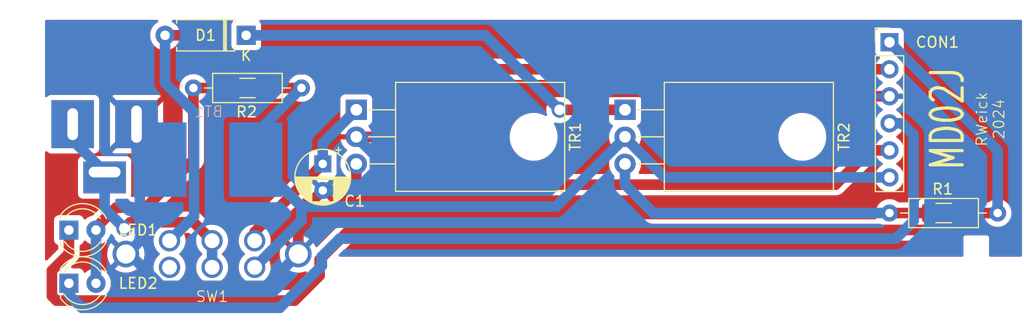
<source format=kicad_pcb>
(kicad_pcb (version 20240108) (generator "pcbnew") (generator_version "8.0")
  (layers (0 "F.Cu" signal) (31 "B.Cu" signal) (34 "B.Paste" user) (35 "F.Paste" user) (36 "B.SilkS" user "B.Silkscreen") (37 "F.SilkS" user "F.Silkscreen") (38 "B.Mask" user) (39 "F.Mask" user) (44 "Edge.Cuts" user))
  (net 0 "")
  (net 1 "/LED1.Neg")
  (net 2 "Net-(TR2-E)")
  (net 3 "/+9V.On")
  (net 4 "Net-(LED1-A)")
  (net 5 "/+5V")
  (net 6 "/+9V.VIN")
  (net 7 "/GND")
  (net 8 "Net-(D1-K)")
  (net 9 "/LED2.Neg")
  (net 10 "/SW1.1")
  (net 11 "/+9V")
  (footprint "Connector_PinHeader_2.54mm:PinHeader_1x06_P2.54mm_Vertical" (layer "F.Cu") (at 192.57 67.57)
    (property "Reference" "CON1" (at 4.5 0 0) (layer "F.SilkS"))
    (property "Value" "Power Connector")
    (fp_line (start -1.33 -1.33) (end 0 -1.33) (stroke (width 0.12)) (layer "F.SilkS"))
    (fp_line (start -1.33 0) (end -1.33 -1.33) (stroke (width 0.12)) (layer "F.SilkS"))
    (fp_line (start -1.33 1.27) (end -1.33 14.03) (stroke (width 0.12)) (layer "F.SilkS"))
    (fp_line (start -1.33 1.27) (end 1.33 1.27) (stroke (width 0.12)) (layer "F.SilkS"))
    (fp_line (start -1.33 14.03) (end 1.33 14.03) (stroke (width 0.12)) (layer "F.SilkS"))
    (fp_line (start 1.33 1.27) (end 1.33 14.03) (stroke (width 0.12)) (layer "F.SilkS"))
    (pad "1" thru_hole rect (at 0 0) (size 1.7 1.7) (drill 1) (layers "*.Cu" "*.Mask") (net 1 "/LED1.Neg"))
    (pad "2" thru_hole oval (at 0 2.54) (size 1.7 1.7) (drill 1) (layers "*.Cu" "*.Mask") (net 10 "/SW1.1"))
    (pad "3" thru_hole oval (at 0 5.08) (size 1.7 1.7) (drill 1) (layers "*.Cu" "*.Mask") (net 7 "/GND"))
    (pad "4" thru_hole oval (at 0 7.62) (size 1.7 1.7) (drill 1) (layers "*.Cu" "*.Mask") (net 9 "/LED2.Neg"))
    (pad "5" thru_hole oval (at 0 10.16) (size 1.7 1.7) (drill 1) (layers "*.Cu" "*.Mask") (net 5 "/+5V"))
    (pad "6" thru_hole oval (at 0 12.7) (size 1.7 1.7) (drill 1) (layers "*.Cu" "*.Mask") (net 3 "/+9V.On"))
  )
  (footprint "Diode_THT:D_A-405_P7.62mm_Horizontal" (layer "F.Cu") (at 132.12 66.92 180)
    (property "Reference" "D1" (at 3.81 0 0) (layer "F.SilkS"))
    (property "Value" "1N4001")
    (fp_line (start 6.53 1.47) (end 6.53 1.14) (stroke (width 0.12)) (layer "F.SilkS"))
    (fp_line (start 6.53 -1.47) (end 6.53 -1.14) (stroke (width 0.12)) (layer "F.SilkS"))
    (fp_line (start 2.11 -1.47) (end 2.11 1.47) (stroke (width 0.12)) (layer "F.SilkS"))
    (fp_line (start 1.99 -1.47) (end 1.99 1.47) (stroke (width 0.12)) (layer "F.SilkS"))
    (fp_line (start 1.87 -1.47) (end 1.87 1.47) (stroke (width 0.12)) (layer "F.SilkS"))
    (fp_line (start 1.09 1.47) (end 6.53 1.47) (stroke (width 0.12)) (layer "F.SilkS"))
    (fp_line (start 1.09 1.14) (end 1.09 1.47) (stroke (width 0.12)) (layer "F.SilkS"))
    (fp_line (start 1.09 -1.14) (end 1.09 -1.47) (stroke (width 0.12)) (layer "F.SilkS"))
    (fp_line (start 1.09 -1.47) (end 6.53 -1.47) (stroke (width 0.12)) (layer "F.SilkS"))
    (fp_text user "K" (at 0 -1.9 0) (layer "F.SilkS"))
    (pad "1" thru_hole rect (at 0 0 180) (size 1.8 1.8) (drill 0.9) (layers "*.Cu" "*.Mask") (net 8 "Net-(D1-K)"))
    (pad "2" thru_hole oval (at 7.62 0 180) (size 1.8 1.8) (drill 0.9) (layers "*.Cu" "*.Mask") (net 10 "/SW1.1"))
  )
  (footprint "Resistor_THT:R_Axial_DIN0207_L6.3mm_D2.5mm_P10.16mm_Horizontal" (layer "F.Cu") (at 192.57 83.62)
    (property "Reference" "R1" (at 5 -2.25 0) (layer "F.SilkS"))
    (property "Value" "330 Ohm 5%")
    (fp_line (start 1.04 0) (end 1.81 0) (stroke (width 0.12)) (layer "F.SilkS"))
    (fp_line (start 1.81 -1.37) (end 1.81 1.37) (stroke (width 0.12)) (layer "F.SilkS"))
    (fp_line (start 1.81 1.37) (end 8.35 1.37) (stroke (width 0.12)) (layer "F.SilkS"))
    (fp_line (start 8.35 -1.37) (end 1.81 -1.37) (stroke (width 0.12)) (layer "F.SilkS"))
    (fp_line (start 8.35 1.37) (end 8.35 -1.37) (stroke (width 0.12)) (layer "F.SilkS"))
    (fp_line (start 9.12 0) (end 8.35 0) (stroke (width 0.12)) (layer "F.SilkS"))
    (pad "1" thru_hole circle (at 0 0) (size 1.6 1.6) (drill 0.8) (layers "*.Cu" "*.Mask") (net 2 "Net-(TR2-E)"))
    (pad "2" thru_hole oval (at 10.16 0) (size 1.6 1.6) (drill 0.8) (layers "*.Cu" "*.Mask") (net 1 "/LED1.Neg"))
  )
  (footprint "Resistor_SMD:R_1206_3216Metric" (layer "F.Cu") (at 132.24 71.87)
    (property "Reference" "R4" (hide yes))
    (property "Value" "510 Ohm SMD")
    (fp_line (start -0.727064 -0.91) (end 0.727064 -0.91) (stroke (width 0.12)) (layer "F.SilkS"))
    (fp_line (start -0.727064 0.91) (end 0.727064 0.91) (stroke (width 0.12)) (layer "F.SilkS"))
    (pad "1" smd roundrect (at -1.4625 0) (size 1.125 1.75) (layers "F.Cu" "F.Paste" "F.Mask") (roundrect_rratio 0.222222) (net 4 "Net-(LED1-A)"))
    (pad "2" smd roundrect (at 1.4625 0) (size 1.125 1.75) (layers "F.Cu" "F.Paste" "F.Mask") (roundrect_rratio 0.222222) (net 3 "/+9V.On"))
  )
  (footprint "Package_TO_SOT_THT:TO-220-3_Horizontal_TabDown" (layer "F.Cu") (at 167.72 73.92 -90)
    (property "Reference" "TR2" (at 2.54 -20.58 90) (layer "F.SilkS"))
    (property "Value" "BD438")
    (fp_line (start -2.58 -3.69) (end 7.66 -3.69) (stroke (width 0.12)) (layer "F.SilkS"))
    (fp_line (start 0 -3.69) (end 0 -1.15) (stroke (width 0.12)) (layer "F.SilkS"))
    (fp_line (start 2.54 -3.69) (end 2.54 -1.15) (stroke (width 0.12)) (layer "F.SilkS"))
    (fp_line (start 5.08 -3.69) (end 5.08 -1.15) (stroke (width 0.12)) (layer "F.SilkS"))
    (fp_line (start -2.58 -19.58) (end -2.58 -3.69) (stroke (width 0.12)) (layer "F.SilkS"))
    (fp_line (start -2.58 -19.58) (end 7.66 -19.58) (stroke (width 0.12)) (layer "F.SilkS"))
    (fp_line (start 7.66 -19.58) (end 7.66 -3.69) (stroke (width 0.12)) (layer "F.SilkS"))
    (pad "" np_thru_hole oval (at 2.54 -16.66 270) (size 3.5 3.5) (drill 3.5) (layers "*.Cu" "*.Mask"))
    (pad "1" thru_hole rect (at 0 0 270) (size 1.905 2) (drill 1.1) (layers "*.Cu" "*.Mask") (net 8 "Net-(D1-K)"))
    (pad "2" thru_hole oval (at 2.54 0 270) (size 1.905 2) (drill 1.1) (layers "*.Cu" "*.Mask") (net 3 "/+9V.On"))
    (pad "3" thru_hole oval (at 5.08 0 270) (size 1.905 2) (drill 1.1) (layers "*.Cu" "*.Mask") (net 2 "Net-(TR2-E)"))
  )
  (footprint "Capacitor_THT:CP_Radial_D5.0mm_P2.50mm" (layer "F.Cu") (at 139.32 79 -90)
    (property "Reference" "C1" (at 3.5 -3 180) (layer "F.SilkS"))
    (property "Value" "47uF 16v")
    (fp_line (start 1.49 1.04) (end 1.49 2.569) (stroke (width 0.12)) (layer "F.SilkS"))
    (fp_line (start 1.53 1.04) (end 1.53 2.565) (stroke (width 0.12)) (layer "F.SilkS"))
    (fp_line (start 1.57 1.04) (end 1.57 2.561) (stroke (width 0.12)) (layer "F.SilkS"))
    (fp_line (start 1.61 1.04) (end 1.61 2.556) (stroke (width 0.12)) (layer "F.SilkS"))
    (fp_line (start 1.65 1.04) (end 1.65 2.55) (stroke (width 0.12)) (layer "F.SilkS"))
    (fp_line (start 1.69 1.04) (end 1.69 2.543) (stroke (width 0.12)) (layer "F.SilkS"))
    (fp_line (start 1.73 1.04) (end 1.73 2.536) (stroke (width 0.12)) (layer "F.SilkS"))
    (fp_line (start 1.77 1.04) (end 1.77 2.528) (stroke (width 0.12)) (layer "F.SilkS"))
    (fp_line (start 1.81 1.04) (end 1.81 2.52) (stroke (width 0.12)) (layer "F.SilkS"))
    (fp_line (start 1.85 1.04) (end 1.85 2.511) (stroke (width 0.12)) (layer "F.SilkS"))
    (fp_line (start 1.89 1.04) (end 1.89 2.501) (stroke (width 0.12)) (layer "F.SilkS"))
    (fp_line (start 1.93 1.04) (end 1.93 2.491) (stroke (width 0.12)) (layer "F.SilkS"))
    (fp_line (start 1.971 1.04) (end 1.971 2.48) (stroke (width 0.12)) (layer "F.SilkS"))
    (fp_line (start 2.011 1.04) (end 2.011 2.468) (stroke (width 0.12)) (layer "F.SilkS"))
    (fp_line (start 2.051 1.04) (end 2.051 2.455) (stroke (width 0.12)) (layer "F.SilkS"))
    (fp_line (start 2.091 1.04) (end 2.091 2.442) (stroke (width 0.12)) (layer "F.SilkS"))
    (fp_line (start 2.131 1.04) (end 2.131 2.428) (stroke (width 0.12)) (layer "F.SilkS"))
    (fp_line (start 2.171 1.04) (end 2.171 2.414) (stroke (width 0.12)) (layer "F.SilkS"))
    (fp_line (start 2.211 1.04) (end 2.211 2.398) (stroke (width 0.12)) (layer "F.SilkS"))
    (fp_line (start 2.251 1.04) (end 2.251 2.382) (stroke (width 0.12)) (layer "F.SilkS"))
    (fp_line (start 2.291 1.04) (end 2.291 2.365) (stroke (width 0.12)) (layer "F.SilkS"))
    (fp_line (start 2.331 1.04) (end 2.331 2.348) (stroke (width 0.12)) (layer "F.SilkS"))
    (fp_line (start 2.371 1.04) (end 2.371 2.329) (stroke (width 0.12)) (layer "F.SilkS"))
    (fp_line (start 2.411 1.04) (end 2.411 2.31) (stroke (width 0.12)) (layer "F.SilkS"))
    (fp_line (start 2.451 1.04) (end 2.451 2.29) (stroke (width 0.12)) (layer "F.SilkS"))
    (fp_line (start 2.491 1.04) (end 2.491 2.268) (stroke (width 0.12)) (layer "F.SilkS"))
    (fp_line (start 2.531 1.04) (end 2.531 2.247) (stroke (width 0.12)) (layer "F.SilkS"))
    (fp_line (start 2.571 1.04) (end 2.571 2.224) (stroke (width 0.12)) (layer "F.SilkS"))
    (fp_line (start 2.611 1.04) (end 2.611 2.2) (stroke (width 0.12)) (layer "F.SilkS"))
    (fp_line (start 2.651 1.04) (end 2.651 2.175) (stroke (width 0.12)) (layer "F.SilkS"))
    (fp_line (start 2.691 1.04) (end 2.691 2.149) (stroke (width 0.12)) (layer "F.SilkS"))
    (fp_line (start 2.731 1.04) (end 2.731 2.122) (stroke (width 0.12)) (layer "F.SilkS"))
    (fp_line (start 2.771 1.04) (end 2.771 2.095) (stroke (width 0.12)) (layer "F.SilkS"))
    (fp_line (start 2.811 1.04) (end 2.811 2.065) (stroke (width 0.12)) (layer "F.SilkS"))
    (fp_line (start 2.851 1.04) (end 2.851 2.035) (stroke (width 0.12)) (layer "F.SilkS"))
    (fp_line (start 2.891 1.04) (end 2.891 2.004) (stroke (width 0.12)) (layer "F.SilkS"))
    (fp_line (start 2.931 1.04) (end 2.931 1.971) (stroke (width 0.12)) (layer "F.SilkS"))
    (fp_line (start 2.971 1.04) (end 2.971 1.937) (stroke (width 0.12)) (layer "F.SilkS"))
    (fp_line (start 3.011 1.04) (end 3.011 1.901) (stroke (width 0.12)) (layer "F.SilkS"))
    (fp_line (start 3.051 1.04) (end 3.051 1.864) (stroke (width 0.12)) (layer "F.SilkS"))
    (fp_line (start 3.091 1.04) (end 3.091 1.826) (stroke (width 0.12)) (layer "F.SilkS"))
    (fp_line (start 3.131 1.04) (end 3.131 1.785) (stroke (width 0.12)) (layer "F.SilkS"))
    (fp_line (start 3.171 1.04) (end 3.171 1.743) (stroke (width 0.12)) (layer "F.SilkS"))
    (fp_line (start 3.211 1.04) (end 3.211 1.699) (stroke (width 0.12)) (layer "F.SilkS"))
    (fp_line (start 3.251 1.04) (end 3.251 1.653) (stroke (width 0.12)) (layer "F.SilkS"))
    (fp_line (start 3.291 1.04) (end 3.291 1.605) (stroke (width 0.12)) (layer "F.SilkS"))
    (fp_line (start 3.331 1.04) (end 3.331 1.554) (stroke (width 0.12)) (layer "F.SilkS"))
    (fp_line (start 3.371 1.04) (end 3.371 1.5) (stroke (width 0.12)) (layer "F.SilkS"))
    (fp_line (start 3.411 1.04) (end 3.411 1.443) (stroke (width 0.12)) (layer "F.SilkS"))
    (fp_line (start 3.451 1.04) (end 3.451 1.383) (stroke (width 0.12)) (layer "F.SilkS"))
    (fp_line (start 3.491 1.04) (end 3.491 1.319) (stroke (width 0.12)) (layer "F.SilkS"))
    (fp_line (start 3.531 1.04) (end 3.531 1.251) (stroke (width 0.12)) (layer "F.SilkS"))
    (fp_line (start 3.851 -0.284) (end 3.851 0.284) (stroke (width 0.12)) (layer "F.SilkS"))
    (fp_line (start 3.811 -0.518) (end 3.811 0.518) (stroke (width 0.12)) (layer "F.SilkS"))
    (fp_line (start 3.771 -0.677) (end 3.771 0.677) (stroke (width 0.12)) (layer "F.SilkS"))
    (fp_line (start 3.731 -0.805) (end 3.731 0.805) (stroke (width 0.12)) (layer "F.SilkS"))
    (fp_line (start 3.691 -0.915) (end 3.691 0.915) (stroke (width 0.12)) (layer "F.SilkS"))
    (fp_line (start 3.651 -1.011) (end 3.651 1.011) (stroke (width 0.12)) (layer "F.SilkS"))
    (fp_line (start 3.611 -1.098) (end 3.611 1.098) (stroke (width 0.12)) (layer "F.SilkS"))
    (fp_line (start 3.571 -1.178) (end 3.571 1.178) (stroke (width 0.12)) (layer "F.SilkS"))
    (fp_line (start 3.531 -1.251) (end 3.531 -1.04) (stroke (width 0.12)) (layer "F.SilkS"))
    (fp_line (start 3.491 -1.319) (end 3.491 -1.04) (stroke (width 0.12)) (layer "F.SilkS"))
    (fp_line (start 3.451 -1.383) (end 3.451 -1.04) (stroke (width 0.12)) (layer "F.SilkS"))
    (fp_line (start 3.411 -1.443) (end 3.411 -1.04) (stroke (width 0.12)) (layer "F.SilkS"))
    (fp_line (start -1.554775 -1.475) (end -1.054775 -1.475) (stroke (width 0.12)) (layer "F.SilkS"))
    (fp_line (start 3.371 -1.5) (end 3.371 -1.04) (stroke (width 0.12)) (layer "F.SilkS"))
    (fp_line (start 3.331 -1.554) (end 3.331 -1.04) (stroke (width 0.12)) (layer "F.SilkS"))
    (fp_line (start 3.291 -1.605) (end 3.291 -1.04) (stroke (width 0.12)) (layer "F.SilkS"))
    (fp_line (start 3.251 -1.653) (end 3.251 -1.04) (stroke (width 0.12)) (layer "F.SilkS"))
    (fp_line (start 3.211 -1.699) (end 3.211 -1.04) (stroke (width 0.12)) (layer "F.SilkS"))
    (fp_line (start -1.304775 -1.725) (end -1.304775 -1.225) (stroke (width 0.12)) (layer "F.SilkS"))
    (fp_line (start 3.171 -1.743) (end 3.171 -1.04) (stroke (width 0.12)) (layer "F.SilkS"))
    (fp_line (start 3.131 -1.785) (end 3.131 -1.04) (stroke (width 0.12)) (layer "F.SilkS"))
    (fp_line (start 3.091 -1.826) (end 3.091 -1.04) (stroke (width 0.12)) (layer "F.SilkS"))
    (fp_line (start 3.051 -1.864) (end 3.051 -1.04) (stroke (width 0.12)) (layer "F.SilkS"))
    (fp_line (start 3.011 -1.901) (end 3.011 -1.04) (stroke (width 0.12)) (layer "F.SilkS"))
    (fp_line (start 2.971 -1.937) (end 2.971 -1.04) (stroke (width 0.12)) (layer "F.SilkS"))
    (fp_line (start 2.931 -1.971) (end 2.931 -1.04) (stroke (width 0.12)) (layer "F.SilkS"))
    (fp_line (start 2.891 -2.004) (end 2.891 -1.04) (stroke (width 0.12)) (layer "F.SilkS"))
    (fp_line (start 2.851 -2.035) (end 2.851 -1.04) (stroke (width 0.12)) (layer "F.SilkS"))
    (fp_line (start 2.811 -2.065) (end 2.811 -1.04) (stroke (width 0.12)) (layer "F.SilkS"))
    (fp_line (start 2.771 -2.095) (end 2.771 -1.04) (stroke (width 0.12)) (layer "F.SilkS"))
    (fp_line (start 2.731 -2.122) (end 2.731 -1.04) (stroke (width 0.12)) (layer "F.SilkS"))
    (fp_line (start 2.691 -2.149) (end 2.691 -1.04) (stroke (width 0.12)) (layer "F.SilkS"))
    (fp_line (start 2.651 -2.175) (end 2.651 -1.04) (stroke (width 0.12)) (layer "F.SilkS"))
    (fp_line (start 2.611 -2.2) (end 2.611 -1.04) (stroke (width 0.12)) (layer "F.SilkS"))
    (fp_line (start 2.571 -2.224) (end 2.571 -1.04) (stroke (width 0.12)) (layer "F.SilkS"))
    (fp_line (start 2.531 -2.247) (end 2.531 -1.04) (stroke (width 0.12)) (layer "F.SilkS"))
    (fp_line (start 2.491 -2.268) (end 2.491 -1.04) (stroke (width 0.12)) (layer "F.SilkS"))
    (fp_line (start 2.451 -2.29) (end 2.451 -1.04) (stroke (width 0.12)) (layer "F.SilkS"))
    (fp_line (start 2.411 -2.31) (end 2.411 -1.04) (stroke (width 0.12)) (layer "F.SilkS"))
    (fp_line (start 2.371 -2.329) (end 2.371 -1.04) (stroke (width 0.12)) (layer "F.SilkS"))
    (fp_line (start 2.331 -2.348) (end 2.331 -1.04) (stroke (width 0.12)) (layer "F.SilkS"))
    (fp_line (start 2.291 -2.365) (end 2.291 -1.04) (stroke (width 0.12)) (layer "F.SilkS"))
    (fp_line (start 2.251 -2.382) (end 2.251 -1.04) (stroke (width 0.12)) (layer "F.SilkS"))
    (fp_line (start 2.211 -2.398) (end 2.211 -1.04) (stroke (width 0.12)) (layer "F.SilkS"))
    (fp_line (start 2.171 -2.414) (end 2.171 -1.04) (stroke (width 0.12)) (layer "F.SilkS"))
    (fp_line (start 2.131 -2.428) (end 2.131 -1.04) (stroke (width 0.12)) (layer "F.SilkS"))
    (fp_line (start 2.091 -2.442) (end 2.091 -1.04) (stroke (width 0.12)) (layer "F.SilkS"))
    (fp_line (start 2.051 -2.455) (end 2.051 -1.04) (stroke (width 0.12)) (layer "F.SilkS"))
    (fp_line (start 2.011 -2.468) (end 2.011 -1.04) (stroke (width 0.12)) (layer "F.SilkS"))
    (fp_line (start 1.971 -2.48) (end 1.971 -1.04) (stroke (width 0.12)) (layer "F.SilkS"))
    (fp_line (start 1.93 -2.491) (end 1.93 -1.04) (stroke (width 0.12)) (layer "F.SilkS"))
    (fp_line (start 1.89 -2.501) (end 1.89 -1.04) (stroke (width 0.12)) (layer "F.SilkS"))
    (fp_line (start 1.85 -2.511) (end 1.85 -1.04) (stroke (width 0.12)) (layer "F.SilkS"))
    (fp_line (start 1.81 -2.52) (end 1.81 -1.04) (stroke (width 0.12)) (layer "F.SilkS"))
    (fp_line (start 1.77 -2.528) (end 1.77 -1.04) (stroke (width 0.12)) (layer "F.SilkS"))
    (fp_line (start 1.73 -2.536) (end 1.73 -1.04) (stroke (width 0.12)) (layer "F.SilkS"))
    (fp_line (start 1.69 -2.543) (end 1.69 -1.04) (stroke (width 0.12)) (layer "F.SilkS"))
    (fp_line (start 1.65 -2.55) (end 1.65 -1.04) (stroke (width 0.12)) (layer "F.SilkS"))
    (fp_line (start 1.61 -2.556) (end 1.61 -1.04) (stroke (width 0.12)) (layer "F.SilkS"))
    (fp_line (start 1.57 -2.561) (end 1.57 -1.04) (stroke (width 0.12)) (layer "F.SilkS"))
    (fp_line (start 1.53 -2.565) (end 1.53 -1.04) (stroke (width 0.12)) (layer "F.SilkS"))
    (fp_line (start 1.49 -2.569) (end 1.49 -1.04) (stroke (width 0.12)) (layer "F.SilkS"))
    (fp_line (start 1.45 -2.573) (end 1.45 2.573) (stroke (width 0.12)) (layer "F.SilkS"))
    (fp_line (start 1.41 -2.576) (end 1.41 2.576) (stroke (width 0.12)) (layer "F.SilkS"))
    (fp_line (start 1.37 -2.578) (end 1.37 2.578) (stroke (width 0.12)) (layer "F.SilkS"))
    (fp_line (start 1.33 -2.579) (end 1.33 2.579) (stroke (width 0.12)) (layer "F.SilkS"))
    (fp_line (start 1.25 -2.58) (end 1.25 2.58) (stroke (width 0.12)) (layer "F.SilkS"))
    (fp_line (start 1.29 -2.58) (end 1.29 2.58) (stroke (width 0.12)) (layer "F.SilkS"))
    (fp_circle (center 1.25 0) (end 3.87 0) (stroke (width 0.12)) (fill none) (layer "F.SilkS"))
    (pad "1" thru_hole rect (at 0 0 270) (size 1.6 1.6) (drill 0.8) (layers "*.Cu" "*.Mask") (net 6 "/+9V.VIN"))
    (pad "2" thru_hole circle (at 2.5 0 270) (size 1.6 1.6) (drill 0.8) (layers "*.Cu" "*.Mask") (net 7 "/GND"))
  )
  (footprint "LED_THT:LED_D4.0mm" (layer "F.Cu") (at 115.47 90.22)
    (property "Reference" "LED2" (at 6.5 0 0) (layer "F.SilkS"))
    (property "Value" "LED")
    (fp_line (start -0.79 -1.399) (end -0.79 -1.08) (stroke (width 0.12)) (layer "F.SilkS"))
    (fp_line (start -0.79 1.08) (end -0.79 1.399) (stroke (width 0.12)) (layer "F.SilkS"))
    (fp_arc (start -0.79 -1.398749) (mid 1.453519 -2.483228) (end 3.513242 -1.080724) (stroke (width 0.12)) (layer "F.SilkS"))
    (fp_arc (start -0.41333 -1.08) (mid 1.269429 -2) (end 2.952713 -1.080961) (stroke (width 0.12)) (layer "F.SilkS"))
    (fp_arc (start 2.952713 1.080961) (mid 1.269429 2) (end -0.41333 1.08) (stroke (width 0.12)) (layer "F.SilkS"))
    (fp_arc (start 3.513242 1.080724) (mid 1.453519 2.483228) (end -0.79 1.398749) (stroke (width 0.12)) (layer "F.SilkS"))
    (pad "1" thru_hole rect (at 0 0) (size 1.8 1.8) (drill 0.9) (layers "*.Cu" "*.Mask") (net 9 "/LED2.Neg"))
    (pad "2" thru_hole circle (at 2.54 0) (size 1.8 1.8) (drill 0.9) (layers "*.Cu" "*.Mask") (net 4 "Net-(LED1-A)"))
  )
  (footprint "LED_THT:LED_D4.0mm" (layer "F.Cu") (at 115.47 85.22)
    (property "Reference" "LED1" (at 6.5 0 0) (layer "F.SilkS"))
    (property "Value" "LED")
    (fp_line (start -0.79 -1.399) (end -0.79 -1.08) (stroke (width 0.12)) (layer "F.SilkS"))
    (fp_line (start -0.79 1.08) (end -0.79 1.399) (stroke (width 0.12)) (layer "F.SilkS"))
    (fp_arc (start -0.79 -1.398749) (mid 1.453519 -2.483228) (end 3.513242 -1.080724) (stroke (width 0.12)) (layer "F.SilkS"))
    (fp_arc (start -0.41333 -1.08) (mid 1.269429 -2) (end 2.952713 -1.080961) (stroke (width 0.12)) (layer "F.SilkS"))
    (fp_arc (start 2.952713 1.080961) (mid 1.269429 2) (end -0.41333 1.08) (stroke (width 0.12)) (layer "F.SilkS"))
    (fp_arc (start 3.513242 1.080724) (mid 1.453519 2.483228) (end -0.79 1.398749) (stroke (width 0.12)) (layer "F.SilkS"))
    (pad "1" thru_hole rect (at 0 0) (size 1.8 1.8) (drill 0.9) (layers "*.Cu" "*.Mask") (net 1 "/LED1.Neg"))
    (pad "2" thru_hole circle (at 2.54 0) (size 1.8 1.8) (drill 0.9) (layers "*.Cu" "*.Mask") (net 4 "Net-(LED1-A)"))
  )
  (footprint "!MGD2:Slide Switch" (layer "F.Cu") (at 128.92 87.47)
    (property "Reference" "SW1" (at 0 4 0) (layer "F.SilkS") (effects (font (thickness 0.1))))
    (property "Value" "SW_DPDT_x2")
    (pad "1" thru_hole circle (at -4 -1.25 90) (size 2 2) (drill 1.4) (layers "*.Cu" "*.Mask") (net 10 "/SW1.1"))
    (pad "2" thru_hole circle (at 0 -1.25 90) (size 2 2) (drill 1.4) (layers "*.Cu" "*.Mask") (net 11 "/+9V"))
    (pad "3" thru_hole circle (at 4 -1.25 90) (size 2 2) (drill 1.4) (layers "*.Cu" "*.Mask") (net 6 "/+9V.VIN"))
    (pad "4" thru_hole circle (at -4 1.25 90) (size 2 2) (drill 1.4) (layers "*.Cu" "*.Mask"))
    (pad "5" thru_hole circle (at 0 1.25 90) (size 2 2) (drill 1.4) (layers "*.Cu" "*.Mask") (net 11 "/+9V"))
    (pad "6" thru_hole circle (at 4 1.25 90) (size 2 2) (drill 1.4) (layers "*.Cu" "*.Mask") (net 3 "/+9V.On"))
    (pad "7" thru_hole circle (at -8.1 0 90) (size 2.5 2.5) (drill 1.8) (layers "*.Cu" "*.Mask") (net 7 "/GND"))
    (pad "7" thru_hole circle (at 8.1 0 90) (size 2.5 2.5) (drill 1.8) (layers "*.Cu" "*.Mask") (net 7 "/GND"))
  )
  (footprint "Package_TO_SOT_THT:TO-220-3_Horizontal_TabDown" (layer "F.Cu") (at 142.47 73.92 -90)
    (property "Reference" "TR1" (at 2.54 -20.58 90) (layer "F.SilkS"))
    (property "Value" "~")
    (fp_line (start -2.58 -3.69) (end 7.66 -3.69) (stroke (width 0.12)) (layer "F.SilkS"))
    (fp_line (start 0 -3.69) (end 0 -1.15) (stroke (width 0.12)) (layer "F.SilkS"))
    (fp_line (start 2.54 -3.69) (end 2.54 -1.15) (stroke (width 0.12)) (layer "F.SilkS"))
    (fp_line (start 5.08 -3.69) (end 5.08 -1.15) (stroke (width 0.12)) (layer "F.SilkS"))
    (fp_line (start -2.58 -19.58) (end -2.58 -3.69) (stroke (width 0.12)) (layer "F.SilkS"))
    (fp_line (start -2.58 -19.58) (end 7.66 -19.58) (stroke (width 0.12)) (layer "F.SilkS"))
    (fp_line (start 7.66 -19.58) (end 7.66 -3.69) (stroke (width 0.12)) (layer "F.SilkS"))
    (pad "" np_thru_hole oval (at 2.54 -16.66 270) (size 3.5 3.5) (drill 3.5) (layers "*.Cu" "*.Mask"))
    (pad "1" thru_hole rect (at 0 0 270) (size 1.905 2) (drill 1.1) (layers "*.Cu" "*.Mask") (net 6 "/+9V.VIN"))
    (pad "2" thru_hole oval (at 2.54 0 270) (size 1.905 2) (drill 1.1) (layers "*.Cu" "*.Mask") (net 7 "/GND"))
    (pad "3" thru_hole oval (at 5.08 0 270) (size 1.905 2) (drill 1.1) (layers "*.Cu" "*.Mask") (net 5 "/+5V"))
  )
  (footprint "Resistor_THT:R_Axial_DIN0207_L6.3mm_D2.5mm_P10.16mm_Horizontal" (layer "F.Cu") (at 127.16 71.87)
    (property "Reference" "R2" (at 5 2.25 0) (layer "F.SilkS"))
    (property "Value" "510 Ohm 5%")
    (fp_line (start 1.04 0) (end 1.81 0) (stroke (width 0.12)) (layer "F.SilkS"))
    (fp_line (start 1.81 -1.37) (end 1.81 1.37) (stroke (width 0.12)) (layer "F.SilkS"))
    (fp_line (start 1.81 1.37) (end 8.35 1.37) (stroke (width 0.12)) (layer "F.SilkS"))
    (fp_line (start 8.35 -1.37) (end 1.81 -1.37) (stroke (width 0.12)) (layer "F.SilkS"))
    (fp_line (start 8.35 1.37) (end 8.35 -1.37) (stroke (width 0.12)) (layer "F.SilkS"))
    (fp_line (start 9.12 0) (end 8.35 0) (stroke (width 0.12)) (layer "F.SilkS"))
    (pad "1" thru_hole circle (at 0 0) (size 1.6 1.6) (drill 0.8) (layers "*.Cu" "*.Mask") (net 4 "Net-(LED1-A)"))
    (pad "2" thru_hole oval (at 10.16 0) (size 1.6 1.6) (drill 0.8) (layers "*.Cu" "*.Mask") (net 3 "/+9V.On"))
  )
  (footprint "Resistor_SMD:R_1206_3216Metric" (layer "F.Cu") (at 197.65 83.62)
    (property "Reference" "R3" (hide yes))
    (property "Value" "330 Ohm SMD")
    (fp_line (start -0.727064 -0.91) (end 0.727064 -0.91) (stroke (width 0.12)) (layer "F.SilkS"))
    (fp_line (start -0.727064 0.91) (end 0.727064 0.91) (stroke (width 0.12)) (layer "F.SilkS"))
    (pad "1" smd roundrect (at -1.4625 0) (size 1.125 1.75) (layers "F.Cu" "F.Paste" "F.Mask") (roundrect_rratio 0.222222) (net 2 "Net-(TR2-E)"))
    (pad "2" smd roundrect (at 1.4625 0) (size 1.125 1.75) (layers "F.Cu" "F.Paste" "F.Mask") (roundrect_rratio 0.222222) (net 1 "/LED1.Neg"))
  )
  (footprint "!MGD2:Battery" (layer "B.Cu") (at 128.52 78.6 180)
    (property "Reference" "BT1" (at -0.07 4.51 0) (layer "B.SilkS") (effects (font (thickness 0.1)) (justify mirror)))
    (property "Value" "Battery")
    (pad "1" smd rect (at -4.5 0 180) (size 5 7) (layers "B.Cu" "B.Paste" "B.Mask") (net 3 "/+9V.On"))
    (pad "2" smd rect (at 4.5 0 180) (size 5 7) (layers "B.Cu" "B.Paste" "B.Mask") (net 7 "/GND"))
  )
  (footprint "!MGD2:DC Jack" (layer "B.Cu") (at 118.82 75.27 -90)
    (property "Reference" "DC2" (hide yes))
    (property "Value" "Barrel_Jack")
    (pad "1" thru_hole rect (at 0 -3 180) (size 4 4.5) (drill oval 1 3.5) (layers "*.Cu" "*.Mask") (net 7 "/GND"))
    (pad "2" thru_hole rect (at 0 3 180) (size 4 4.5) (drill oval 1 3) (layers "*.Cu" "*.Mask") (net 11 "/+9V"))
    (pad "2" thru_hole rect (at 4.5 0 180) (size 4 3) (drill oval 3 1 (offset 0 -0.5)) (layers "*.Cu" "*.Mask") (net 11 "/+9V"))
  )
  (gr_line (start 113.02 94.42) (end 113.02 65.27) (stroke (width 0.002)) (layer "Edge.Cuts"))
  (gr_line (start 205.22 65.27) (end 205.22 87.92) (stroke (width 0.002)) (layer "Edge.Cuts"))
  (gr_line (start 140.17 94.42) (end 113.02 94.42) (stroke (width 0.002)) (layer "Edge.Cuts"))
  (gr_line (start 113.02 65.27) (end 205.22 65.27) (stroke (width 0.002)) (layer "Edge.Cuts"))
  (gr_line (start 199.72 85.92) (end 201.72 85.92) (stroke (width 0.002)) (layer "Edge.Cuts"))
  (gr_line (start 205.22 87.92) (end 201.72 87.92) (stroke (width 0.002)) (layer "Edge.Cuts"))
  (gr_line (start 199.72 85.92) (end 199.72 87.92) (stroke (width 0.002)) (layer "Edge.Cuts"))
  (gr_line (start 201.72 85.92) (end 201.72 87.92) (stroke (width 0.002)) (layer "Edge.Cuts"))
  (gr_line (start 140.17 87.92) (end 140.17 94.42) (stroke (width 0.002)) (layer "Edge.Cuts"))
  (gr_line (start 199.72 87.92) (end 140.17 87.92) (stroke (width 0.002)) (layer "Edge.Cuts"))
  (gr_text "MD02J" (at 199.78 79.76 90) (layer "F.SilkS") (effects (font (size 3 2) (thickness 0.3)) (justify left bottom)))
  (gr_text "RWeick\n2024" (at 203.44 74.8 90) (layer "F.SilkS") (effects (font (size 1 1) (thickness 0.1)) (justify bottom)))
  (segment (start 139.0231 89.4969) (end 139.0231 87.9963) (width 1) (layer "F.Cu") (net 1))
  (segment (start 141.8096 85.2098) (end 197.5227 85.2098) (width 1) (layer "F.Cu") (net 1))
  (segment (start 115.47 85.22) (end 115.47 87.4277) (width 1) (layer "F.Cu") (net 1))
  (segment (start 115.4699 87.4277) (end 113.8683 89.0293) (width 1) (layer "F.Cu") (net 1))
  (segment (start 202.73 83.62) (end 199.1125 83.62) (width 1) (layer "F.Cu") (net 1))
  (segment (start 139.0231 87.9963) (end 141.8096 85.2098) (width 1) (layer "F.Cu") (net 1))
  (segment (start 115.47 87.4277) (end 115.4699 87.4277) (width 1) (layer "F.Cu") (net 1))
  (segment (start 113.8683 91.4107) (end 114.3023 91.8447) (width 1) (layer "F.Cu") (net 1))
  (segment (start 136.6753 91.8447) (end 139.0231 89.4969) (width 1) (layer "F.Cu") (net 1))
  (segment (start 113.8683 89.0293) (end 113.8683 91.4107) (width 1) (layer "F.Cu") (net 1))
  (segment (start 114.3023 91.8447) (end 136.6753 91.8447) (width 1) (layer "F.Cu") (net 1))
  (segment (start 197.5227 85.2098) (end 199.1125 83.62) (width 1) (layer "F.Cu") (net 1))
  (segment (start 192.57 67.57) (end 202.73 77.73) (width 1) (layer "B.Cu") (net 1))
  (segment (start 202.73 77.73) (end 202.73 83.62) (width 1) (layer "B.Cu") (net 1))
  (segment (start 192.57 83.62) (end 196.1875 83.62) (width 1) (layer "F.Cu") (net 2))
  (segment (start 170.3875 83.62) (end 192.57 83.62) (width 1) (layer "B.Cu") (net 2))
  (segment (start 167.72 79) (end 167.72 80.9525) (width 1) (layer "B.Cu") (net 2))
  (segment (start 167.72 80.9525) (end 170.3875 83.62) (width 1) (layer "B.Cu") (net 2))
  (segment (start 137.32 71.87) (end 133.7025 71.87) (width 1) (layer "F.Cu") (net 3))
  (segment (start 171.4523 80.27) (end 167.72 76.5377) (width 1) (layer "B.Cu") (net 3))
  (segment (start 192.57 80.27) (end 171.4523 80.27) (width 1) (layer "B.Cu") (net 3))
  (segment (start 137.32 84.32) (end 137.32 83.0115) (width 1) (layer "B.Cu") (net 3))
  (segment (start 132.92 88.72) (end 137.32 84.32) (width 1) (layer "B.Cu") (net 3))
  (segment (start 133.02 76.17) (end 137.32 71.87) (width 1) (layer "B.Cu") (net 3))
  (segment (start 167.72 76.5377) (end 161.2462 83.0115) (width 1) (layer "B.Cu") (net 3))
  (segment (start 161.2462 83.0115) (end 137.32 83.0115) (width 1) (layer "B.Cu") (net 3))
  (segment (start 137.32 83.0115) (end 133.02 78.7115) (width 1) (layer "B.Cu") (net 3))
  (segment (start 133.02 78.7115) (end 133.02 76.17) (width 1) (layer "B.Cu") (net 3))
  (segment (start 167.72 76.5377) (end 167.72 76.46) (width 1) (layer "B.Cu") (net 3))
  (segment (start 127.16 78.63) (end 127.16 71.87) (width 1) (layer "F.Cu") (net 4))
  (segment (start 117.78 85.22) (end 119.89 83.11) (width 1) (layer "F.Cu") (net 4))
  (segment (start 127.16 71.87) (end 130.7775 71.87) (width 1) (layer "F.Cu") (net 4))
  (segment (start 118.01 85.22) (end 117.78 85.22) (width 1) (layer "F.Cu") (net 4))
  (segment (start 119.89 83.11) (end 122.68 83.11) (width 1) (layer "F.Cu") (net 4))
  (segment (start 122.68 83.11) (end 127.16 78.63) (width 1) (layer "F.Cu") (net 4))
  (segment (start 118.01 85.22) (end 118.01 90.22) (width 1) (layer "B.Cu") (net 4))
  (segment (start 142.47 79) (end 142.47 80.9525) (width 1) (layer "F.Cu") (net 5))
  (segment (start 190.72 77.73) (end 187.4975 80.9525) (width 1) (layer "F.Cu") (net 5))
  (segment (start 187.4975 80.9525) (end 142.47 80.9525) (width 1) (layer "F.Cu") (net 5))
  (segment (start 192.57 77.73) (end 190.72 77.73) (width 1) (layer "F.Cu") (net 5))
  (segment (start 139.32 79) (end 132.92 85.4) (width 1) (layer "F.Cu") (net 6))
  (segment (start 132.92 85.4) (end 132.92 86.22) (width 1) (layer "F.Cu") (net 6))
  (segment (start 142.47 73.92) (end 139.32 77.07) (width 1) (layer "B.Cu") (net 6))
  (segment (start 139.32 77.07) (end 139.32 79) (width 1) (layer "B.Cu") (net 6))
  (segment (start 149.6279 76.46) (end 142.47 76.46) (width 1) (layer "F.Cu") (net 7))
  (segment (start 190.2994 72.2294) (end 153.8585 72.2294) (width 1) (layer "F.Cu") (net 7))
  (segment (start 137.02 83.8) (end 137.02 87.47) (width 1) (layer "F.Cu") (net 7))
  (segment (start 153.8585 72.2294) (end 149.6279 76.46) (width 1) (layer "F.Cu") (net 7))
  (segment (start 139.32 81.5) (end 137.02 83.8) (width 1) (layer "F.Cu") (net 7))
  (segment (start 190.72 72.65) (end 190.2994 72.2294) (width 1) (layer "F.Cu") (net 7))
  (segment (start 192.57 72.65) (end 190.72 72.65) (width 1) (layer "F.Cu") (net 7))
  (segment (start 124.161 90.4646) (end 134.0254 90.4646) (width 1) (layer "B.Cu") (net 7))
  (segment (start 121.82 78.52) (end 123.94 78.52) (width 1) (layer "B.Cu") (net 7))
  (segment (start 144.2139 79.7037) (end 142.4176 81.5) (width 1) (layer "B.Cu") (net 7))
  (segment (start 134.0254 90.4646) (end 137.02 87.47) (width 1) (layer "B.Cu") (net 7))
  (segment (start 122.1256 86.2636) (end 121.0428 87.3464) (width 1) (layer "B.Cu") (net 7))
  (segment (start 142.4176 81.5) (end 139.32 81.5) (width 1) (layer "B.Cu") (net 7))
  (segment (start 123.94 78.52) (end 124.02 78.6) (width 1) (layer "B.Cu") (net 7))
  (segment (start 142.47 76.46) (end 144.2139 78.2039) (width 1) (layer "B.Cu") (net 7))
  (segment (start 144.2139 78.2039) (end 144.2139 79.7037) (width 1) (layer "B.Cu") (net 7))
  (segment (start 122.1256 78.8256) (end 122.1256 86.2636) (width 1) (layer "B.Cu") (net 7))
  (segment (start 121.0428 87.3464) (end 124.161 90.4646) (width 1) (layer "B.Cu") (net 7))
  (segment (start 121.82 78.52) (end 122.1256 78.8256) (width 1) (layer "B.Cu") (net 7))
  (segment (start 121.0428 87.3464) (end 120.9436 87.3464) (width 1) (layer "B.Cu") (net 7))
  (segment (start 120.9436 87.3464) (end 120.82 87.47) (width 1) (layer "B.Cu") (net 7))
  (segment (start 121.82 75.27) (end 121.82 78.52) (width 1) (layer "B.Cu") (net 7))
  (segment (start 167.72 73.92) (end 161.5713 73.92) (width 1) (layer "F.Cu") (net 8))
  (via (at 161.5713 73.92) (size 1.5) (drill 1) (layers "F.Cu" "B.Cu") (net 8))
  (segment (start 154.5713 66.92) (end 161.5713 73.92) (width 1) (layer "B.Cu") (net 8))
  (segment (start 132.12 66.92) (end 154.5713 66.92) (width 1) (layer "B.Cu") (net 8))
  (segment (start 194.83 76.28) (end 193.74 75.19) (width 1) (layer "B.Cu") (net 9))
  (segment (start 194.83 84.36) (end 194.83 76.28) (width 1) (layer "B.Cu") (net 9))
  (segment (start 115.47 90.22) (end 115.47 91.3) (width 1) (layer "B.Cu") (net 9))
  (segment (start 116.69 92.52) (end 135.29 92.52) (width 1) (layer "B.Cu") (net 9))
  (segment (start 193.17 86.02) (end 194.83 84.36) (width 1) (layer "B.Cu") (net 9))
  (segment (start 139.23 88.58) (end 139.23 87.7) (width 1) (layer "B.Cu") (net 9))
  (segment (start 139.23 87.7) (end 140.91 86.02) (width 1) (layer "B.Cu") (net 9))
  (segment (start 115.47 91.3) (end 116.69 92.52) (width 1) (layer "B.Cu") (net 9))
  (segment (start 135.29 92.52) (end 139.23 88.58) (width 1) (layer "B.Cu") (net 9))
  (segment (start 193.74 75.19) (end 192.57 75.19) (width 1) (layer "B.Cu") (net 9))
  (segment (start 140.91 86.02) (end 193.17 86.02) (width 1) (layer "B.Cu") (net 9))
  (segment (start 192.57 70.11) (end 129.59 70.11) (width 1) (layer "F.Cu") (net 10))
  (segment (start 124.5 66.92) (end 126.4 66.92) (width 1) (layer "F.Cu") (net 10))
  (segment (start 129.59 70.11) (end 126.4 66.92) (width 1) (layer "F.Cu") (net 10))
  (segment (start 124.5 71.4126) (end 127.2217 74.1343) (width 1) (layer "B.Cu") (net 10))
  (segment (start 124.5 66.92) (end 124.5 71.4126) (width 1) (layer "B.Cu") (net 10))
  (segment (start 127.2217 74.1343) (end 127.2217 83.9183) (width 1) (layer "B.Cu") (net 10))
  (segment (start 127.2217 83.9183) (end 124.92 86.22) (width 1) (layer "B.Cu") (net 10))
  (segment (start 121.2544 84.4842) (end 120.6739 85.0647) (width 1) (layer "F.Cu") (net 11))
  (segment (start 128.92 86.22) (end 127.1842 84.4842) (width 1) (layer "F.Cu") (net 11))
  (segment (start 127.1842 84.4842) (end 121.2544 84.4842) (width 1) (layer "F.Cu") (net 11))
  (via (at 120.6739 85.0647) (size 1.5) (drill 1) (layers "F.Cu" "B.Cu") (net 11))
  (segment (start 128.92 86.22) (end 128.92 88.72) (width 1) (layer "B.Cu") (net 11))
  (segment (start 120.6739 85.0647) (end 118.82 83.2108) (width 1) (layer "B.Cu") (net 11))
  (segment (start 115.82 76.77) (end 115.82 75.27) (width 1) (layer "B.Cu") (net 11))
  (segment (start 118.82 83.2108) (end 118.82 79.77) (width 1) (layer "B.Cu") (net 11))
  (segment (start 118.82 79.77) (end 115.82 76.77) (width 1) (layer "B.Cu") (net 11))
  (zone (net 7) (net_name "/GND") (layers "F&B.Cu") (connect_pads (clearance 0.5)) (min_thickness 0.25) (fill yes (thermal_gap 0.5) (thermal_bridge_width 0.5))
    (polygon (pts (xy 113.02 65.27) (xy 205.22 65.27) (xy 205.22 87.92) (xy 140.17 87.92) (xy 140.17 94.42) (xy 113.02 94.42)))
  )
)
</source>
